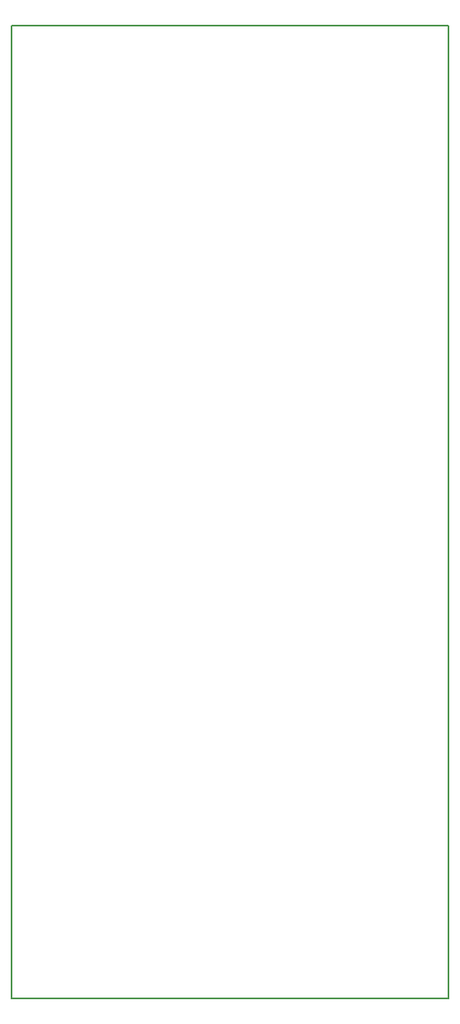
<source format=gbo>
G04 MADE WITH FRITZING*
G04 WWW.FRITZING.ORG*
G04 DOUBLE SIDED*
G04 HOLES PLATED*
G04 CONTOUR ON CENTER OF CONTOUR VECTOR*
%ASAXBY*%
%FSLAX23Y23*%
%MOIN*%
%OFA0B0*%
%SFA1.0B1.0*%
%ADD10R,1.771650X3.937010X1.755650X3.921010*%
%ADD11C,0.008000*%
%LNSILK0*%
G90*
G70*
G54D11*
X4Y3933D02*
X1768Y3933D01*
X1768Y4D01*
X4Y4D01*
X4Y3933D01*
D02*
G04 End of Silk0*
M02*
</source>
